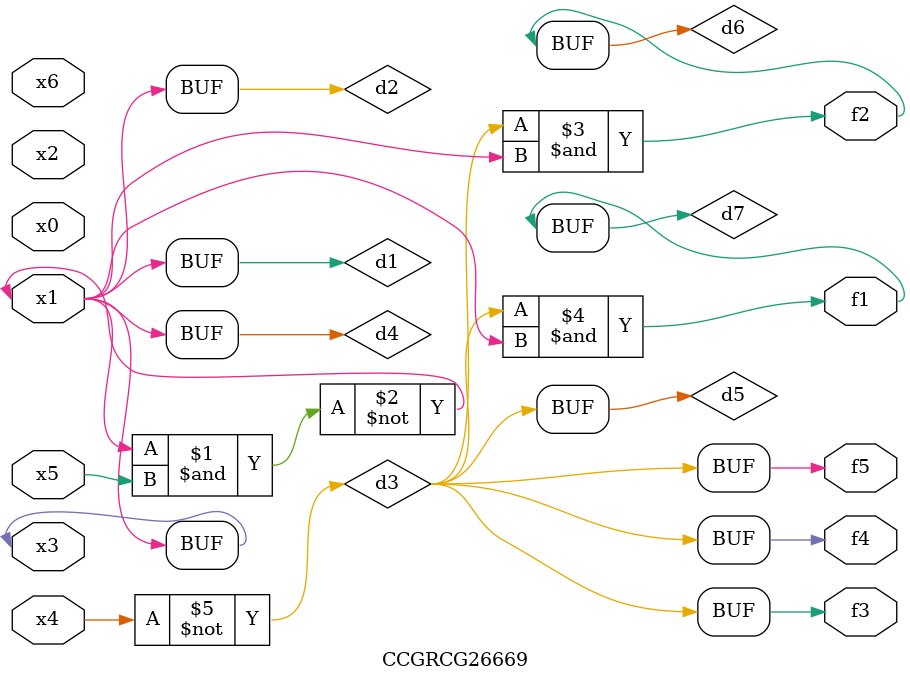
<source format=v>
module CCGRCG26669(
	input x0, x1, x2, x3, x4, x5, x6,
	output f1, f2, f3, f4, f5
);

	wire d1, d2, d3, d4, d5, d6, d7;

	buf (d1, x1, x3);
	nand (d2, x1, x5);
	not (d3, x4);
	buf (d4, d1, d2);
	buf (d5, d3);
	and (d6, d3, d4);
	and (d7, d3, d4);
	assign f1 = d7;
	assign f2 = d6;
	assign f3 = d5;
	assign f4 = d5;
	assign f5 = d5;
endmodule

</source>
